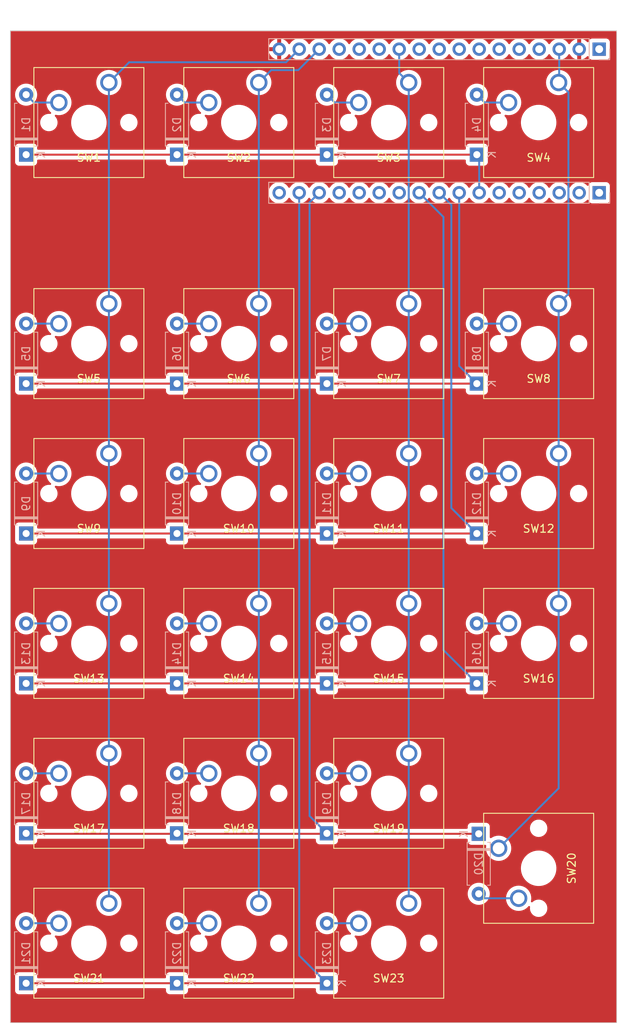
<source format=kicad_pcb>
(kicad_pcb (version 20221018) (generator pcbnew)
  (layers (0 "F.Cu" signal) (31 "B.Cu" signal) (34 "B.Paste" user) (35 "F.Paste" user) (36 "B.SilkS" user "B.Silkscreen") (37 "F.SilkS" user "F.Silkscreen") (38 "B.Mask" user) (39 "F.Mask" user) (44 "Edge.Cuts" user))
  (net 0 "")
  (net 1 "Scan0")
  (net 2 "Net-(D1-A)")
  (net 3 "Net-(D2-A)")
  (net 4 "Net-(D3-A)")
  (net 5 "Net-(D4-A)")
  (net 6 "Scan1")
  (net 7 "Net-(D5-A)")
  (net 8 "Net-(D6-A)")
  (net 9 "Net-(D7-A)")
  (net 10 "Net-(D8-A)")
  (net 11 "Scan2")
  (net 12 "Net-(D9-A)")
  (net 13 "Scan3")
  (net 14 "Net-(D10-A)")
  (net 15 "Net-(D11-A)")
  (net 16 "Net-(D12-A)")
  (net 17 "Net-(D13-A)")
  (net 18 "Net-(D14-A)")
  (net 19 "Net-(D15-A)")
  (net 20 "Net-(D16-A)")
  (net 21 "Scan4")
  (net 22 "Net-(D17-A)")
  (net 23 "Scan5")
  (net 24 "Net-(D18-A)")
  (net 25 "Net-(D19-A)")
  (net 26 "Net-(D20-A)")
  (net 27 "Net-(D21-A)")
  (net 28 "Net-(D22-A)")
  (net 29 "Net-(D23-A)")
  (net 41 "+3.3V")
  (net 42 "GND")
  (net 51 "Read0")
  (net 52 "Read1")
  (net 53 "Read2")
  (net 54 "Read3")
  (footprint "Button_Switch_Keyboard:SW_Cherry_MX_1.00u_PCB" (layer "F.Cu") (at 82.51 130.74)
    (fp_text reference "SW13" (at -2.54 9.54) (layer "F.SilkS"))
    (fp_text value "SW_Push")
    (pad "" np_thru_hole circle (at -7.62 5.08) (size 1.7 1.7) (drill 1.7) (layers "*.Cu" "*.Mask"))
    (pad "" np_thru_hole circle (at -2.54 5.08) (size 4 4) (drill 4) (layers "*.Cu" "*.Mask"))
    (pad "" np_thru_hole circle (at 2.54 5.08) (size 1.7 1.7) (drill 1.7) (layers "*.Cu" "*.Mask"))
    (pad "1" thru_hole circle (at 0 0) (size 2.2 2.2) (drill 1.5) (layers "*.Cu" "*.Mask") (net 51 "Read0"))
    (pad "2" thru_hole circle (at -6.35 2.54) (size 2.2 2.2) (drill 1.5) (layers "*.Cu" "*.Mask") (net 17 "Net-(D13-A)"))
  )
  (footprint "Button_Switch_Keyboard:SW_Cherry_MX_1.00u_PCB" (layer "F.Cu") (at 139.63 92.66)
    (fp_text reference "SW8" (at -2.54 9.54) (layer "F.SilkS"))
    (fp_text value "SW_Push")
    (pad "" np_thru_hole circle (at -7.62 5.08) (size 1.7 1.7) (drill 1.7) (layers "*.Cu" "*.Mask"))
    (pad "" np_thru_hole circle (at -2.54 5.08) (size 4 4) (drill 4) (layers "*.Cu" "*.Mask"))
    (pad "" np_thru_hole circle (at 2.54 5.08) (size 1.7 1.7) (drill 1.7) (layers "*.Cu" "*.Mask"))
    (pad "1" thru_hole circle (at 0 0) (size 2.2 2.2) (drill 1.5) (layers "*.Cu" "*.Mask") (net 54 "Read3"))
    (pad "2" thru_hole circle (at -6.35 2.54) (size 2.2 2.2) (drill 1.5) (layers "*.Cu" "*.Mask") (net 10 "Net-(D8-A)"))
  )
  (footprint "Button_Switch_Keyboard:SW_Cherry_MX_1.00u_PCB" (layer "F.Cu") (at 82.51 149.78)
    (fp_text reference "SW17" (at -2.54 9.54) (layer "F.SilkS"))
    (fp_text value "SW_Push")
    (pad "" np_thru_hole circle (at -7.62 5.08) (size 1.7 1.7) (drill 1.7) (layers "*.Cu" "*.Mask"))
    (pad "" np_thru_hole circle (at -2.54 5.08) (size 4 4) (drill 4) (layers "*.Cu" "*.Mask"))
    (pad "" np_thru_hole circle (at 2.54 5.08) (size 1.7 1.7) (drill 1.7) (layers "*.Cu" "*.Mask"))
    (pad "1" thru_hole circle (at 0 0) (size 2.2 2.2) (drill 1.5) (layers "*.Cu" "*.Mask") (net 51 "Read0"))
    (pad "2" thru_hole circle (at -6.35 2.54) (size 2.2 2.2) (drill 1.5) (layers "*.Cu" "*.Mask") (net 22 "Net-(D17-A)"))
  )
  (footprint "Button_Switch_Keyboard:SW_Cherry_MX_1.00u_PCB" (layer "F.Cu") (at 101.55 64.58)
    (fp_text reference "SW2" (at -2.54 9.54) (layer "F.SilkS"))
    (fp_text value "SW_Push")
    (pad "" np_thru_hole circle (at -7.62 5.08) (size 1.7 1.7) (drill 1.7) (layers "*.Cu" "*.Mask"))
    (pad "" np_thru_hole circle (at -2.54 5.08) (size 4 4) (drill 4) (layers "*.Cu" "*.Mask"))
    (pad "" np_thru_hole circle (at 2.54 5.08) (size 1.7 1.7) (drill 1.7) (layers "*.Cu" "*.Mask"))
    (pad "1" thru_hole circle (at 0 0) (size 2.2 2.2) (drill 1.5) (layers "*.Cu" "*.Mask") (net 52 "Read1"))
    (pad "2" thru_hole circle (at -6.35 2.54) (size 2.2 2.2) (drill 1.5) (layers "*.Cu" "*.Mask") (net 3 "Net-(D2-A)"))
  )
  (footprint "Button_Switch_Keyboard:SW_Cherry_MX_1.00u_PCB" (layer "F.Cu") (at 101.55 168.82)
    (fp_text reference "SW22" (at -2.54 9.54) (layer "F.SilkS"))
    (fp_text value "SW_Push")
    (pad "" np_thru_hole circle (at -7.62 5.08) (size 1.7 1.7) (drill 1.7) (layers "*.Cu" "*.Mask"))
    (pad "" np_thru_hole circle (at -2.54 5.08) (size 4 4) (drill 4) (layers "*.Cu" "*.Mask"))
    (pad "" np_thru_hole circle (at 2.54 5.08) (size 1.7 1.7) (drill 1.7) (layers "*.Cu" "*.Mask"))
    (pad "1" thru_hole circle (at 0 0) (size 2.2 2.2) (drill 1.5) (layers "*.Cu" "*.Mask") (net 52 "Read1"))
    (pad "2" thru_hole circle (at -6.35 2.54) (size 2.2 2.2) (drill 1.5) (layers "*.Cu" "*.Mask") (net 28 "Net-(D22-A)"))
  )
  (footprint "Button_Switch_Keyboard:SW_Cherry_MX_1.00u_PCB" (layer "F.Cu") (at 139.63 64.58)
    (fp_text reference "SW4" (at -2.54 9.54) (layer "F.SilkS"))
    (fp_text value "SW_Push")
    (pad "" np_thru_hole circle (at -7.62 5.08) (size 1.7 1.7) (drill 1.7) (layers "*.Cu" "*.Mask"))
    (pad "" np_thru_hole circle (at -2.54 5.08) (size 4 4) (drill 4) (layers "*.Cu" "*.Mask"))
    (pad "" np_thru_hole circle (at 2.54 5.08) (size 1.7 1.7) (drill 1.7) (layers "*.Cu" "*.Mask"))
    (pad "1" thru_hole circle (at 0 0) (size 2.2 2.2) (drill 1.5) (layers "*.Cu" "*.Mask") (net 54 "Read3"))
    (pad "2" thru_hole circle (at -6.35 2.54) (size 2.2 2.2) (drill 1.5) (layers "*.Cu" "*.Mask") (net 5 "Net-(D4-A)"))
  )
  (footprint "Button_Switch_Keyboard:SW_Cherry_MX_1.00u_PCB" (layer "F.Cu") (at 120.59 64.58)
    (fp_text reference "SW3" (at -2.54 9.54) (layer "F.SilkS"))
    (fp_text value "SW_Push")
    (pad "" np_thru_hole circle (at -7.62 5.08) (size 1.7 1.7) (drill 1.7) (layers "*.Cu" "*.Mask"))
    (pad "" np_thru_hole circle (at -2.54 5.08) (size 4 4) (drill 4) (layers "*.Cu" "*.Mask"))
    (pad "" np_thru_hole circle (at 2.54 5.08) (size 1.7 1.7) (drill 1.7) (layers "*.Cu" "*.Mask"))
    (pad "1" thru_hole circle (at 0 0) (size 2.2 2.2) (drill 1.5) (layers "*.Cu" "*.Mask") (net 53 "Read2"))
    (pad "2" thru_hole circle (at -6.35 2.54) (size 2.2 2.2) (drill 1.5) (layers "*.Cu" "*.Mask") (net 4 "Net-(D3-A)"))
  )
  (footprint "Button_Switch_Keyboard:SW_Cherry_MX_1.00u_PCB" (layer "F.Cu") (at 101.55 111.7)
    (fp_text reference "SW10" (at -2.54 9.54) (layer "F.SilkS"))
    (fp_text value "SW_Push")
    (pad "" np_thru_hole circle (at -7.62 5.08) (size 1.7 1.7) (drill 1.7) (layers "*.Cu" "*.Mask"))
    (pad "" np_thru_hole circle (at -2.54 5.08) (size 4 4) (drill 4) (layers "*.Cu" "*.Mask"))
    (pad "" np_thru_hole circle (at 2.54 5.08) (size 1.7 1.7) (drill 1.7) (layers "*.Cu" "*.Mask"))
    (pad "1" thru_hole circle (at 0 0) (size 2.2 2.2) (drill 1.5) (layers "*.Cu" "*.Mask") (net 52 "Read1"))
    (pad "2" thru_hole circle (at -6.35 2.54) (size 2.2 2.2) (drill 1.5) (layers "*.Cu" "*.Mask") (net 14 "Net-(D10-A)"))
  )
  (footprint "Button_Switch_Keyboard:SW_Cherry_MX_1.00u_PCB" (layer "F.Cu") (at 139.63 130.74)
    (fp_text reference "SW16" (at -2.54 9.54) (layer "F.SilkS"))
    (fp_text value "SW_Push")
    (pad "" np_thru_hole circle (at -7.62 5.08) (size 1.7 1.7) (drill 1.7) (layers "*.Cu" "*.Mask"))
    (pad "" np_thru_hole circle (at -2.54 5.08) (size 4 4) (drill 4) (layers "*.Cu" "*.Mask"))
    (pad "" np_thru_hole circle (at 2.54 5.08) (size 1.7 1.7) (drill 1.7) (layers "*.Cu" "*.Mask"))
    (pad "1" thru_hole circle (at 0 0) (size 2.2 2.2) (drill 1.5) (layers "*.Cu" "*.Mask") (net 54 "Read3"))
    (pad "2" thru_hole circle (at -6.35 2.54) (size 2.2 2.2) (drill 1.5) (layers "*.Cu" "*.Mask") (net 20 "Net-(D16-A)"))
  )
  (footprint "Button_Switch_Keyboard:SW_Cherry_MX_1.00u_PCB" (layer "F.Cu") (at 101.55 92.66)
    (fp_text reference "SW6" (at -2.54 9.54) (layer "F.SilkS"))
    (fp_text value "SW_Push")
    (pad "" np_thru_hole circle (at -7.62 5.08) (size 1.7 1.7) (drill 1.7) (layers "*.Cu" "*.Mask"))
    (pad "" np_thru_hole circle (at -2.54 5.08) (size 4 4) (drill 4) (layers "*.Cu" "*.Mask"))
    (pad "" np_thru_hole circle (at 2.54 5.08) (size 1.7 1.7) (drill 1.7) (layers "*.Cu" "*.Mask"))
    (pad "1" thru_hole circle (at 0 0) (size 2.2 2.2) (drill 1.5) (layers "*.Cu" "*.Mask") (net 52 "Read1"))
    (pad "2" thru_hole circle (at -6.35 2.54) (size 2.2 2.2) (drill 1.5) (layers "*.Cu" "*.Mask") (net 8 "Net-(D6-A)"))
  )
  (footprint "Button_Switch_Keyboard:SW_Cherry_MX_1.00u_PCB" (layer "F.Cu") (at 120.59 149.78)
    (fp_text reference "SW19" (at -2.54 9.54) (layer "F.SilkS"))
    (fp_text value "SW_Push")
    (pad "" np_thru_hole circle (at -7.62 5.08) (size 1.7 1.7) (drill 1.7) (layers "*.Cu" "*.Mask"))
    (pad "" np_thru_hole circle (at -2.54 5.08) (size 4 4) (drill 4) (layers "*.Cu" "*.Mask"))
    (pad "" np_thru_hole circle (at 2.54 5.08) (size 1.7 1.7) (drill 1.7) (layers "*.Cu" "*.Mask"))
    (pad "1" thru_hole circle (at 0 0) (size 2.2 2.2) (drill 1.5) (layers "*.Cu" "*.Mask") (net 53 "Read2"))
    (pad "2" thru_hole circle (at -6.35 2.54) (size 2.2 2.2) (drill 1.5) (layers "*.Cu" "*.Mask") (net 25 "Net-(D19-A)"))
  )
  (footprint "Button_Switch_Keyboard:SW_Cherry_MX_1.00u_PCB" (layer "F.Cu") (at 120.59 130.74)
    (fp_text reference "SW15" (at -2.54 9.54) (layer "F.SilkS"))
    (fp_text value "SW_Push")
    (pad "" np_thru_hole circle (at -7.62 5.08) (size 1.7 1.7) (drill 1.7) (layers "*.Cu" "*.Mask"))
    (pad "" np_thru_hole circle (at -2.54 5.08) (size 4 4) (drill 4) (layers "*.Cu" "*.Mask"))
    (pad "" np_thru_hole circle (at 2.54 5.08) (size 1.7 1.7) (drill 1.7) (layers "*.Cu" "*.Mask"))
    (pad "1" thru_hole circle (at 0 0) (size 2.2 2.2) (drill 1.5) (layers "*.Cu" "*.Mask") (net 53 "Read2"))
    (pad "2" thru_hole circle (at -6.35 2.54) (size 2.2 2.2) (drill 1.5) (layers "*.Cu" "*.Mask") (net 19 "Net-(D15-A)"))
  )
  (footprint "Button_Switch_Keyboard:SW_Cherry_MX_1.00u_PCB" (layer "F.Cu") (at 120.59 92.66)
    (fp_text reference "SW7" (at -2.54 9.54) (layer "F.SilkS"))
    (fp_text value "SW_Push")
    (pad "" np_thru_hole circle (at -7.62 5.08) (size 1.7 1.7) (drill 1.7) (layers "*.Cu" "*.Mask"))
    (pad "" np_thru_hole circle (at -2.54 5.08) (size 4 4) (drill 4) (layers "*.Cu" "*.Mask"))
    (pad "" np_thru_hole circle (at 2.54 5.08) (size 1.7 1.7) (drill 1.7) (layers "*.Cu" "*.Mask"))
    (pad "1" thru_hole circle (at 0 0) (size 2.2 2.2) (drill 1.5) (layers "*.Cu" "*.Mask") (net 53 "Read2"))
    (pad "2" thru_hole circle (at -6.35 2.54) (size 2.2 2.2) (drill 1.5) (layers "*.Cu" "*.Mask") (net 9 "Net-(D7-A)"))
  )
  (footprint "Button_Switch_Keyboard:SW_Cherry_MX_1.00u_PCB" (layer "F.Cu") (at 101.55 149.78)
    (fp_text reference "SW18" (at -2.54 9.54) (layer "F.SilkS"))
    (fp_text value "SW_Push")
    (pad "" np_thru_hole circle (at -7.62 5.08) (size 1.7 1.7) (drill 1.7) (layers "*.Cu" "*.Mask"))
    (pad "" np_thru_hole circle (at -2.54 5.08) (size 4 4) (drill 4) (layers "*.Cu" "*.Mask"))
    (pad "" np_thru_hole circle (at 2.54 5.08) (size 1.7 1.7) (drill 1.7) (layers "*.Cu" "*.Mask"))
    (pad "1" thru_hole circle (at 0 0) (size 2.2 2.2) (drill 1.5) (layers "*.Cu" "*.Mask") (net 52 "Read1"))
    (pad "2" thru_hole circle (at -6.35 2.54) (size 2.2 2.2) (drill 1.5) (layers "*.Cu" "*.Mask") (net 24 "Net-(D18-A)"))
  )
  (footprint "Button_Switch_Keyboard:SW_Cherry_MX_1.00u_PCB" (layer "F.Cu") (at 101.55 130.74)
    (fp_text reference "SW14" (at -2.54 9.54) (layer "F.SilkS"))
    (fp_text value "SW_Push")
    (pad "" np_thru_hole circle (at -7.62 5.08) (size 1.7 1.7) (drill 1.7) (layers "*.Cu" "*.Mask"))
    (pad "" np_thru_hole circle (at -2.54 5.08) (size 4 4) (drill 4) (layers "*.Cu" "*.Mask"))
    (pad "" np_thru_hole circle (at 2.54 5.08) (size 1.7 1.7) (drill 1.7) (layers "*.Cu" "*.Mask"))
    (pad "1" thru_hole circle (at 0 0) (size 2.2 2.2) (drill 1.5) (layers "*.Cu" "*.Mask") (net 52 "Read1"))
    (pad "2" thru_hole circle (at -6.35 2.54) (size 2.2 2.2) (drill 1.5) (layers "*.Cu" "*.Mask") (net 18 "Net-(D14-A)"))
  )
  (footprint "Button_Switch_Keyboard:SW_Cherry_MX_2.00u_PCB" (layer "F.Cu") (at 132.01 161.84 90)
    (fp_text reference "SW20" (at -2.54 9.27 90) (layer "F.SilkS"))
    (fp_text value "SW_Push")
    (pad "" np_thru_hole circle (at -7.62 5.08 90) (size 1.7 1.7) (drill 1.7) (layers "*.Cu" "*.Mask"))
    (pad "" np_thru_hole circle (at -2.54 5.08 90) (size 4 4) (drill 4) (layers "*.Cu" "*.Mask"))
    (pad "" np_thru_hole circle (at 2.54 5.08 90) (size 1.7 1.7) (drill 1.7) (layers "*.Cu" "*.Mask"))
    (pad "1" thru_hole circle (at 0 0 90) (size 2.2 2.2) (drill 1.5) (layers "*.Cu" "*.Mask") (net 54 "Read3"))
    (pad "2" thru_hole circle (at -6.35 2.54 90) (size 2.2 2.2) (drill 1.5) (layers "*.Cu" "*.Mask") (net 26 "Net-(D20-A)"))
  )
  (footprint "Button_Switch_Keyboard:SW_Cherry_MX_1.00u_PCB" (layer "F.Cu") (at 120.59 111.7)
    (fp_text reference "SW11" (at -2.54 9.54) (layer "F.SilkS"))
    (fp_text value "SW_Push")
    (pad "" np_thru_hole circle (at -7.62 5.08) (size 1.7 1.7) (drill 1.7) (layers "*.Cu" "*.Mask"))
    (pad "" np_thru_hole circle (at -2.54 5.08) (size 4 4) (drill 4) (layers "*.Cu" "*.Mask"))
    (pad "" np_thru_hole circle (at 2.54 5.08) (size 1.7 1.7) (drill 1.7) (layers "*.Cu" "*.Mask"))
    (pad "1" thru_hole circle (at 0 0) (size 2.2 2.2) (drill 1.5) (layers "*.Cu" "*.Mask") (net 53 "Read2"))
    (pad "2" thru_hole circle (at -6.35 2.54) (size 2.2 2.2) (drill 1.5) (layers "*.Cu" "*.Mask") (net 15 "Net-(D11-A)"))
  )
  (footprint "Button_Switch_Keyboard:SW_Cherry_MX_1.00u_PCB" (layer "F.Cu") (at 82.51 64.58)
    (fp_text reference "SW1" (at -2.54 9.54) (layer "F.SilkS"))
    (fp_text value "SW_Push")
    (pad "" np_thru_hole circle (at -7.62 5.08) (size 1.7 1.7) (drill 1.7) (layers "*.Cu" "*.Mask"))
    (pad "" np_thru_hole circle (at -2.54 5.08) (size 4 4) (drill 4) (layers "*.Cu" "*.Mask"))
    (pad "" np_thru_hole circle (at 2.54 5.08) (size 1.7 1.7) (drill 1.7) (layers "*.Cu" "*.Mask"))
    (pad "1" thru_hole circle (at 0 0) (size 2.2 2.2) (drill 1.5) (layers "*.Cu" "*.Mask") (net 51 "Read0"))
    (pad "2" thru_hole circle (at -6.35 2.54) (size 2.2 2.2) (drill 1.5) (layers "*.Cu" "*.Mask") (net 2 "Net-(D1-A)"))
  )
  (footprint "Button_Switch_Keyboard:SW_Cherry_MX_1.00u_PCB" (layer "F.Cu") (at 139.63 111.7)
    (fp_text reference "SW12" (at -2.54 9.54) (layer "F.SilkS"))
    (fp_text value "SW_Push")
    (pad "" np_thru_hole circle (at -7.62 5.08) (size 1.7 1.7) (drill 1.7) (layers "*.Cu" "*.Mask"))
    (pad "" np_thru_hole circle (at -2.54 5.08) (size 4 4) (drill 4) (layers "*.Cu" "*.Mask"))
    (pad "" np_thru_hole circle (at 2.54 5.08) (size 1.7 1.7) (drill 1.7) (layers "*.Cu" "*.Mask"))
    (pad "1" thru_hole circle (at 0 0) (size 2.2 2.2) (drill 1.5) (layers "*.Cu" "*.Mask") (net 54 "Read3"))
    (pad "2" thru_hole circle (at -6.35 2.54) (size 2.2 2.2) (drill 1.5) (layers "*.Cu" "*.Mask") (net 16 "Net-(D12-A)"))
  )
  (footprint "Button_Switch_Keyboard:SW_Cherry_MX_1.00u_PCB" (layer "F.Cu") (at 120.59 168.82)
    (fp_text reference "SW23" (at -2.54 9.54) (layer "F.SilkS"))
    (fp_text value "SW_Push")
    (pad "" np_thru_hole circle (at -7.62 5.08) (size 1.7 1.7) (drill 1.7) (layers "*.Cu" "*.Mask"))
    (pad "" np_thru_hole circle (at -2.54 5.08) (size 4 4) (drill 4) (layers "*.Cu" "*.Mask"))
    (pad "" np_thru_hole circle (at 2.54 5.08) (size 1.7 1.7) (drill 1.7) (layers "*.Cu" "*.Mask"))
    (pad "1" thru_hole circle (at 0 0) (size 2.2 2.2) (drill 1.5) (layers "*.Cu" "*.Mask") (net 53 "Read2"))
    (pad "2" thru_hole circle (at -6.35 2.54) (size 2.2 2.2) (drill 1.5) (layers "*.Cu" "*.Mask") (net 29 "Net-(D23-A)"))
  )
  (footprint "Button_Switch_Keyboard:SW_Cherry_MX_1.00u_PCB" (layer "F.Cu") (at 82.51 92.66)
    (fp_text reference "SW5" (at -2.54 9.54) (layer "F.SilkS"))
    (fp_text value "SW_Push")
    (pad "" np_thru_hole circle (at -7.62 5.08) (size 1.7 1.7) (drill 1.7) (layers "*.Cu" "*.Mask"))
    (pad "" np_thru_hole circle (at -2.54 5.08) (size 4 4) (drill 4) (layers "*.Cu" "*.Mask"))
    (pad "" np_thru_hole circle (at 2.54 5.08) (size 1.7 1.7) (drill 1.7) (layers "*.Cu" "*.Mask"))
    (pad "1" thru_hole circle (at 0 0) (size 2.2 2.2) (drill 1.5) (layers "*.Cu" "*.Mask") (net 51 "Read0"))
    (pad "2" thru_hole circle (at -6.35 2.54) (size 2.2 2.2) (drill 1.5) (layers "*.Cu" "*.Mask") (net 7 "Net-(D5-A)"))
  )
  (footprint "Button_Switch_Keyboard:SW_Cherry_MX_1.00u_PCB" (layer "F.Cu") (at 82.51 111.7)
    (fp_text reference "SW9" (at -2.54 9.54) (layer "F.SilkS"))
    (fp_text value "SW_Push")
    (pad "" np_thru_hole circle (at -7.62 5.08) (size 1.7 1.7) (drill 1.7) (layers "*.Cu" "*.Mask"))
    (pad "" np_thru_hole circle (at -2.54 5.08) (size 4 4) (drill 4) (layers "*.Cu" "*.Mask"))
    (pad "" np_thru_hole circle (at 2.54 5.08) (size 1.7 1.7) (drill 1.7) (layers "*.Cu" "*.Mask"))
    (pad "1" thru_hole circle (at 0 0) (size 2.2 2.2) (drill 1.5) (layers "*.Cu" "*.Mask") (net 51 "Read0"))
    (pad "2" thru_hole circle (at -6.35 2.54) (size 2.2 2.2) (drill 1.5) (layers "*.Cu" "*.Mask") (net 12 "Net-(D9-A)"))
  )
  (footprint "Button_Switch_Keyboard:SW_Cherry_MX_1.00u_PCB" (layer "F.Cu") (at 82.51 168.82)
    (fp_text reference "SW21" (at -2.54 9.54) (layer "F.SilkS"))
    (fp_text value "SW_Push")
    (pad "" np_thru_hole circle (at -7.62 5.08) (size 1.7 1.7) (drill 1.7) (layers "*.Cu" "*.Mask"))
    (pad "" np_thru_hole circle (at -2.54 5.08) (size 4 4) (drill 4) (layers "*.Cu" "*.Mask"))
    (pad "" np_thru_hole circle (at 2.54 5.08) (size 1.7 1.7) (drill 1.7) (layers "*.Cu" "*.Mask"))
    (pad "1" thru_hole circle (at 0 0) (size 2.2 2.2) (drill 1.5) (layers "*.Cu" "*.Mask") (net 51 "Read0"))
    (pad "2" thru_hole circle (at -6.35 2.54) (size 2.2 2.2) (drill 1.5) (layers "*.Cu" "*.Mask") (net 27 "Net-(D21-A)"))
  )
  (footprint "Diode_THT:D_A-405_P7.62mm_Horizontal" (layer "B.Cu") (at 72 159.94 90)
    (fp_text reference "D17" (at 3.81 0 90) (layer "B.SilkS") (effects (justify mirror)))
    (fp_text value "D")
    (fp_text user "K" (at 0 1.9 90) (layer "B.SilkS") (effects (justify mirror)))
    (pad "1" thru_hole rect (at 0 0 90) (size 1.8 1.8) (drill 0.9) (layers "*.Cu" "*.Mask") (net 21 "Scan4"))
    (pad "2" thru_hole oval (at 7.62 0 90) (size 1.8 1.8) (drill 0.9) (layers "*.Cu" "*.Mask") (net 22 "Net-(D17-A)"))
  )
  (footprint "Connector_PinHeader_2.54mm:PinHeader_1x17_P2.54mm_Vertical" (layer "B.Cu") (at 144.78 60.34 90)
    (fp_text reference "J2" hide)
    (fp_text value "Conn_01x17_Pin")
    (pad "1" thru_hole rect (at 0 0 90) (size 1.7 1.7) (drill 1) (layers "*.Cu" "*.Mask") (net 41 "+3.3V"))
    (pad "2" thru_hole oval (at 0 -2.54 90) (size 1.7 1.7) (drill 1) (layers "*.Cu" "*.Mask") (net 42 "GND"))
    (pad "3" thru_hole oval (at 0 -5.08 90) (size 1.7 1.7) (drill 1) (layers "*.Cu" "*.Mask") (net 54 "Read3"))
    (pad "4" thru_hole oval (at 0 -7.62 90) (size 1.7 1.7) (drill 1) (layers "*.Cu" "*.Mask"))
    (pad "5" thru_hole oval (at 0 -10.16 90) (size 1.7 1.7) (drill 1) (layers "*.Cu" "*.Mask"))
    (pad "6" thru_hole oval (at 0 -12.7 90) (size 1.7 1.7) (drill 1) (layers "*.Cu" "*.Mask"))
    (pad "7" thru_hole oval (at 0 -15.24 90) (size 1.7 1.7) (drill 1) (layers "*.Cu" "*.Mask"))
    (pad "8" thru_hole oval (at 0 -17.78 90) (size 1.7 1.7) (drill 1) (layers "*.Cu" "*.Mask"))
    (pad "9" thru_hole oval (at 0 -20.32 90) (size 1.7 1.7) (drill 1) (layers "*.Cu" "*.Mask"))
    (pad "10" thru_hole oval (at 0 -22.86 90) (size 1.7 1.7) (drill 1) (layers "*.Cu" "*.Mask"))
    (pad "11" thru_hole oval (at 0 -25.4 90) (size 1.7 1.7) (drill 1) (layers "*.Cu" "*.Mask") (net 53 "Read2"))
    (pad "12" thru_hole oval (at 0 -27.94 90) (size 1.7 1.7) (drill 1) (layers "*.Cu" "*.Mask"))
    (pad "13" thru_hole oval (at 0 -30.48 90) (size 1.7 1.7) (drill 1) (layers "*.Cu" "*.Mask"))
    (pad "14" thru_hole oval (at 0 -33.02 90) (size 1.7 1.7) (drill 1) (layers "*.Cu" "*.Mask"))
    (pad "15" thru_hole oval (at 0 -35.56 90) (size 1.7 1.7) (drill 1) (layers "*.Cu" "*.Mask") (net 52 "Read1"))
    (pad "16" thru_hole oval (at 0 -38.1 90) (size 1.7 1.7) (drill 1) (layers "*.Cu" "*.Mask") (net 51 "Read0"))
    (pad "17" thru_hole oval (at 0 -40.64 90) (size 1.7 1.7) (drill 1) (layers "*.Cu" "*.Mask") (net 42 "GND"))
  )
  (footprint "Diode_THT:D_A-405_P7.62mm_Horizontal" (layer "B.Cu") (at 72 178.98 90)
    (fp_text reference "D21" (at 3.81 0 90) (layer "B.SilkS") (effects (justify mirror)))
    (fp_text value "D")
    (fp_text user "K" (at 0 1.9 90) (layer "B.SilkS") (effects (justify mirror)))
    (pad "1" thru_hole rect (at 0 0 90) (size 1.8 1.8) (drill 0.9) (layers "*.Cu" "*.Mask") (net 23 "Scan5"))
    (pad "2" thru_hole oval (at 7.62 0 90) (size 1.8 1.8) (drill 0.9) (layers "*.Cu" "*.Mask") (net 27 "Net-(D21-A)"))
  )
  (footprint "Diode_THT:D_A-405_P7.62mm_Horizontal" (layer "B.Cu") (at 91.16 159.94 90)
    (fp_text reference "D18" (at 3.81 0 90) (layer "B.SilkS") (effects (justify mirror)))
    (fp_text value "D")
    (fp_text user "K" (at 0 1.9 90) (layer "B.SilkS") (effects (justify mirror)))
    (pad "1" thru_hole rect (at 0 0 90) (size 1.8 1.8) (drill 0.9) (layers "*.Cu" "*.Mask") (net 21 "Scan4"))
    (pad "2" thru_hole oval (at 7.62 0 90) (size 1.8 1.8) (drill 0.9) (layers "*.Cu" "*.Mask") (net 24 "Net-(D18-A)"))
  )
  (footprint "Diode_THT:D_A-405_P7.62mm_Horizontal" (layer "B.Cu") (at 72 73.74 90)
    (fp_text reference "D1" (at 3.81 0 90) (layer "B.SilkS") (effects (justify mirror)))
    (fp_text value "D")
    (fp_text user "K" (at 0 1.9 90) (layer "B.SilkS") (effects (justify mirror)))
    (pad "1" thru_hole rect (at 0 0 90) (size 1.8 1.8) (drill 0.9) (layers "*.Cu" "*.Mask") (net 1 "Scan0"))
    (pad "2" thru_hole oval (at 7.62 0 90) (size 1.8 1.8) (drill 0.9) (layers "*.Cu" "*.Mask") (net 2 "Net-(D1-A)"))
  )
  (footprint "Diode_THT:D_A-405_P7.62mm_Horizontal" (layer "B.Cu") (at 110.2 140.9 90)
    (fp_text reference "D15" (at 3.81 0 90) (layer "B.SilkS") (effects (justify mirror)))
    (fp_text value "D")
    (fp_text user "K" (at 0 1.9 90) (layer "B.SilkS") (effects (justify mirror)))
    (pad "1" thru_hole rect (at 0 0 90) (size 1.8 1.8) (drill 0.9) (layers "*.Cu" "*.Mask") (net 13 "Scan3"))
    (pad "2" thru_hole oval (at 7.62 0 90) (size 1.8 1.8) (drill 0.9) (layers "*.Cu" "*.Mask") (net 19 "Net-(D15-A)"))
  )
  (footprint "Diode_THT:D_A-405_P7.62mm_Horizontal" (layer "B.Cu") (at 91.16 73.74 90)
    (fp_text reference "D2" (at 3.81 0 90) (layer "B.SilkS") (effects (justify mirror)))
    (fp_text value "D")
    (fp_text user "K" (at 0 1.9 90) (layer "B.SilkS") (effects (justify mirror)))
    (pad "1" thru_hole rect (at 0 0 90) (size 1.8 1.8) (drill 0.9) (layers "*.Cu" "*.Mask") (net 1 "Scan0"))
    (pad "2" thru_hole oval (at 7.62 0 90) (size 1.8 1.8) (drill 0.9) (layers "*.Cu" "*.Mask") (net 3 "Net-(D2-A)"))
  )
  (footprint "Diode_THT:D_A-405_P7.62mm_Horizontal" (layer "B.Cu") (at 72 140.9 90)
    (fp_text reference "D13" (at 3.81 0 90) (layer "B.SilkS") (effects (justify mirror)))
    (fp_text value "D")
    (fp_text user "K" (at 0 1.9 90) (layer "B.SilkS") (effects (justify mirror)))
    (pad "1" thru_hole rect (at 0 0 90) (size 1.8 1.8) (drill 0.9) (layers "*.Cu" "*.Mask") (net 13 "Scan3"))
    (pad "2" thru_hole oval (at 7.62 0 90) (size 1.8 1.8) (drill 0.9) (layers "*.Cu" "*.Mask") (net 17 "Net-(D13-A)"))
  )
  (footprint "Diode_THT:D_A-405_P7.62mm_Horizontal" (layer "B.Cu") (at 129.24 102.82 90)
    (fp_text reference "D8" (at 3.81 0 90) (layer "B.SilkS") (effects (justify mirror)))
    (fp_text value "D")
    (fp_text user "K" (at 0 1.9 90) (layer "B.SilkS") (effects (justify mirror)))
    (pad "1" thru_hole rect (at 0 0 90) (size 1.8 1.8) (drill 0.9) (layers "*.Cu" "*.Mask") (net 6 "Scan1"))
    (pad "2" thru_hole oval (at 7.62 0 90) (size 1.8 1.8) (drill 0.9) (layers "*.Cu" "*.Mask") (net 10 "Net-(D8-A)"))
  )
  (footprint "Diode_THT:D_A-405_P7.62mm_Horizontal" (layer "B.Cu") (at 72 102.82 90)
    (fp_text reference "D5" (at 3.81 0 90) (layer "B.SilkS") (effects (justify mirror)))
    (fp_text value "D")
    (fp_text user "K" (at 0 1.9 90) (layer "B.SilkS") (effects (justify mirror)))
    (pad "1" thru_hole rect (at 0 0 90) (size 1.8 1.8) (drill 0.9) (layers "*.Cu" "*.Mask") (net 6 "Scan1"))
    (pad "2" thru_hole oval (at 7.62 0 90) (size 1.8 1.8) (drill 0.9) (layers "*.Cu" "*.Mask") (net 7 "Net-(D5-A)"))
  )
  (footprint "Diode_THT:D_A-405_P7.62mm_Horizontal" (layer "B.Cu") (at 110.2 102.82 90)
    (fp_text reference "D7" (at 3.81 0 90) (layer "B.SilkS") (effects (justify mirror)))
    (fp_text value "D")
    (fp_text user "K" (at 0 1.9 90) (layer "B.SilkS") (effects (justify mirror)))
    (pad "1" thru_hole rect (at 0 0 90) (size 1.8 1.8) (drill 0.9) (layers "*.Cu" "*.Mask") (net 6 "Scan1"))
    (pad "2" thru_hole oval (at 7.62 0 90) (size 1.8 1.8) (drill 0.9) (layers "*.Cu" "*.Mask") (net 9 "Net-(D7-A)"))
  )
  (footprint "Diode_THT:D_A-405_P7.62mm_Horizontal" (layer "B.Cu") (at 129.24 121.86 90)
    (fp_text reference "D12" (at 3.81 0 90) (layer "B.SilkS") (effects (justify mirror)))
    (fp_text value "D")
    (fp_text user "K" (at 0 1.9 90) (layer "B.SilkS") (effects (justify mirror)))
    (pad "1" thru_hole rect (at 0 0 90) (size 1.8 1.8) (drill 0.9) (layers "*.Cu" "*.Mask") (net 11 "Scan2"))
    (pad "2" thru_hole oval (at 7.62 0 90) (size 1.8 1.8) (drill 0.9) (layers "*.Cu" "*.Mask") (net 16 "Net-(D12-A)"))
  )
  (footprint "Diode_THT:D_A-405_P7.62mm_Horizontal" (layer "B.Cu") (at 110.2 121.86 90)
    (fp_text reference "D11" (at 3.81 0 90) (layer "B.SilkS") (effects (justify mirror)))
    (fp_text value "D")
    (fp_text user "K" (at 0 1.9 90) (layer "B.SilkS") (effects (justify mirror)))
    (pad "1" thru_hole rect (at 0 0 90) (size 1.8 1.8) (drill 0.9) (layers "*.Cu" "*.Mask") (net 11 "Scan2"))
    (pad "2" thru_hole oval (at 7.62 0 90) (size 1.8 1.8) (drill 0.9) (layers "*.Cu" "*.Mask") (net 15 "Net-(D11-A)"))
  )
  (footprint "Diode_THT:D_A-405_P7.62mm_Horizontal" (layer "B.Cu") (at 91.16 178.98 90)
    (fp_text reference "D22" (at 3.81 0 90) (layer "B.SilkS") (effects (justify mirror)))
    (fp_text value "D")
    (fp_text user "K" (at 0 1.9 90) (layer "B.SilkS") (effects (justify mirror)))
    (pad "1" thru_hole rect (at 0 0 90) (size 1.8 1.8) (drill 0.9) (layers "*.Cu" "*.Mask") (net 23 "Scan5"))
    (pad "2" thru_hole oval (at 7.62 0 90) (size 1.8 1.8) (drill 0.9) (layers "*.Cu" "*.Mask") (net 28 "Net-(D22-A)"))
  )
  (footprint "Diode_THT:D_A-405_P7.62mm_Horizontal" (layer "B.Cu") (at 129.24 140.9 90)
    (fp_text reference "D16" (at 3.81 0 90) (layer "B.SilkS") (effects (justify mirror)))
    (fp_text value "D")
    (fp_text user "K" (at 0 1.9 90) (layer "B.SilkS") (effects (justify mirror)))
    (pad "1" thru_hole rect (at 0 0 90) (size 1.8 1.8) (drill 0.9) (layers "*.Cu" "*.Mask") (net 13 "Scan3"))
    (pad "2" thru_hole oval (at 7.62 0 90) (size 1.8 1.8) (drill 0.9) (layers "*.Cu" "*.Mask") (net 20 "Net-(D16-A)"))
  )
  (footprint "Diode_THT:D_A-405_P7.62mm_Horizontal" (layer "B.Cu") (at 72 121.86 90)
    (fp_text reference "D9" (at 3.81 0 90) (layer "B.SilkS") (effects (justify mirror)))
    (fp_text value "D")
    (fp_text user "K" (at 0 1.9 90) (layer "B.SilkS") (effects (justify mirror)))
    (pad "1" thru_hole rect (at 0 0 90) (size 1.8 1.8) (drill 0.9) (layers "*.Cu" "*.Mask") (net 11 "Scan2"))
    (pad "2" thru_hole oval (at 7.62 0 90) (size 1.8 1.8) (drill 0.9) (layers "*.Cu" "*.Mask") (net 12 "Net-(D9-A)"))
  )
  (footprint "Diode_THT:D_A-405_P7.62mm_Horizontal" (layer "B.Cu") (at 91.16 102.82 90)
    (fp_text reference "D6" (at 3.81 0 90) (layer "B.SilkS") (effects (justify mirror)))
    (fp_text value "D")
    (fp_text user "K" (at 0 1.9 90) (layer "B.SilkS") (effects (justify mirror)))
    (pad "1" thru_hole rect (at 0 0 90) (size 1.8 1.8) (drill 0.9) (layers "*.Cu" "*.Mask") (net 6 "Scan1"))
    (pad "2" thru_hole oval (at 7.62 0 90) (size 1.8 1.8) (drill 0.9) (layers "*.Cu" "*.Mask") (net 8 "Net-(D6-A)"))
  )
  (footprint "Diode_THT:D_A-405_P7.62mm_Horizontal" (layer "B.Cu") (at 110.2 178.98 90)
    (fp_text reference "D23" (at 3.81 0 90) (layer "B.SilkS") (effects (justify mirror)))
    (fp_text value "D")
    (fp_text user "K" (at 0 1.9 90) (layer "B.SilkS") (effects (justify mirror)))
    (pad "1" thru_hole rect (at 0 0 90) (size 1.8 1.8) (drill 0.9) (layers "*.Cu" "*.Mask") (net 23 "Scan5"))
    (pad "2" thru_hole oval (at 7.62 0 90) (size 1.8 1.8) (drill 0.9) (layers "*.Cu" "*.Mask") (net 29 "Net-(D23-A)"))
  )
  (footprint "Connector_PinHeader_2.54mm:PinHeader_1x17_P2.54mm_Vertical" (layer "B.Cu") (at 144.78 78.58 90)
    (fp_text reference "J1" hide)
    (fp_text value "Conn_01x17_Pin")
    (pad "1" thru_hole rect (at 0 0 90) (size 1.7 1.7) (drill 1) (layers "*.Cu" "*.Mask"))
    (pad "2" thru_hole oval (at 0 -2.54 90) (size 1.7 1.7) (drill 1) (layers "*.Cu" "*.Mask"))
    (pad "3" thru_hole oval (at 0 -5.08 90) (size 1.7 1.7) (drill 1) (layers "*.Cu" "*.Mask"))
    (pad "4" thru_hole oval (at 0 -7.62 90) (size 1.7 1.7) (drill 1) (layers "*.Cu" "*.Mask"))
    (pad "5" thru_hole oval (at 0 -10.16 90) (size 1.7 1.7) (drill 1) (layers "*.Cu" "*.Mask"))
    (pad "6" thru_hole oval (at 0 -12.7 90) (size 1.7 1.7) (drill 1) (layers "*.Cu" "*.Mask"))
    (pad "7" thru_hole oval (at 0 -15.24 90) (size 1.7 1.7) (drill 1) (layers "*.Cu" "*.Mask") (net 1 "Scan0"))
    (pad "8" thru_hole oval (at 0 -17.78 90) (size 1.7 1.7) (drill 1) (layers "*.Cu" "*.Mask") (net 6 "Scan1"))
    (pad "9" thru_hole oval (at 0 -20.32 90) (size 1.7 1.7) (drill 1) (layers "*.Cu" "*.Mask") (net 11 "Scan2"))
    (pad "10" thru_hole oval (at 0 -22.86 90) (size 1.7 1.7) (drill 1) (layers "*.Cu" "*.Mask") (net 13 "Scan3"))
    (pad "11" thru_hole oval (at 0 -25.4 90) (size 1.7 1.7) (drill 1) (layers "*.Cu" "*.Mask"))
    (pad "12" thru_hole oval (at 0 -27.94 90) (size 1.7 1.7) (drill 1) (layers "*.Cu" "*.Mask"))
    (pad "13" thru_hole oval (at 0 -30.48 90) (size 1.7 1.7) (drill 1) (layers "*.Cu" "*.Mask"))
    (pad "14" thru_hole oval (at 0 -33.02 90) (size 1.7 1.7) (drill 1) (layers "*.Cu" "*.Mask"))
    (pad "15" thru_hole oval (at 0 -35.56 90) (size 1.7 1.7) (drill 1) (layers "*.Cu" "*.Mask") (net 21 "Scan4"))
    (pad "16" thru_hole oval (at 0 -38.1 90) (size 1.7 1.7) (drill 1) (layers "*.Cu" "*.Mask") (net 23 "Scan5"))
    (pad "17" thru_hole oval (at 0 -40.64 90) (size 1.7 1.7) (drill 1) (layers "*.Cu" "*.Mask"))
  )
  (footprint "Diode_THT:D_A-405_P7.62mm_Horizontal" (layer "B.Cu") (at 91.16 121.86 90)
    (fp_text reference "D10" (at 3.81 0 90) (layer "B.SilkS") (effects (justify mirror)))
    (fp_text value "D")
    (fp_text user "K" (at 0 1.9 90) (layer "B.SilkS") (effects (justify mirror)))
    (pad "1" thru_hole rect (at 0 0 90) (size 1.8 1.8) (drill 0.9) (layers "*.Cu" "*.Mask") (net 11 "Scan2"))
    (pad "2" thru_hole oval (at 7.62 0 90) (size 1.8 1.8) (drill 0.9) (layers "*.Cu" "*.Mask") (net 14 "Net-(D10-A)"))
  )
  (footprint "Diode_THT:D_A-405_P7.62mm_Horizontal" (layer "B.Cu") (at 91.16 140.9 90)
    (fp_text reference "D14" (at 3.81 0 90) (layer "B.SilkS") (effects (justify mirror)))
    (fp_text value "D")
    (fp_text user "K" (at 0 1.9 90) (layer "B.SilkS") (effects (justify mirror)))
    (pad "1" thru_hole rect (at 0 0 90) (size 1.8 1.8) (drill 0.9) (layers "*.Cu" "*.Mask") (net 13 "Scan3"))
    (pad "2" thru_hole oval (at 7.62 0 90) (size 1.8 1.8) (drill 0.9) (layers "*.Cu" "*.Mask") (net 18 "Net-(D14-A)"))
  )
  (footprint "Diode_THT:D_A-405_P7.62mm_Horizontal" (layer "B.Cu") (at 110.2 159.94 90)
    (fp_text reference "D19" (at 3.81 0 90) (layer "B.SilkS") (effects (justify mirror)))
    (fp_text value "D")
    (fp_text user "K" (at 0 1.9 90) (layer "B.SilkS") (effects (justify mirror)))
    (pad "1" thru_hole rect (at 0 0 90) (size 1.8 1.8) (drill 0.9) (layers "*.Cu" "*.Mask") (net 21 "Scan4"))
    (pad "2" thru_hole oval (at 7.62 0 90) (size 1.8 1.8) (drill 0.9) (layers "*.Cu" "*.Mask") (net 25 "Net-(D19-A)"))
  )
  (footprint "Diode_THT:D_A-405_P7.62mm_Horizontal" (layer "B.Cu") (at 129.48 160 -90)
    (fp_text reference "D20" (at 3.81 0 90) (layer "B.SilkS") (effects (justify mirror)))
    (fp_text value "D")
    (fp_text user "K" (at 0 1.9 90) (layer "B.SilkS") (effects (justify mirror)))
    (pad "1" thru_hole rect (at 0 0 270) (size 1.8 1.8) (drill 0.9) (layers "*.Cu" "*.Mask") (net 21 "Scan4"))
    (pad "2" thru_hole oval (at 7.62 0 270) (size 1.8 1.8) (drill 0.9) (layers "*.Cu" "*.Mask") (net 26 "Net-(D20-A)"))
  )
  (footprint "Diode_THT:D_A-405_P7.62mm_Horizontal" (layer "B.Cu") (at 110.2 73.74 90)
    (fp_text reference "D3" (at 3.81 0 90) (layer "B.SilkS") (effects (justify mirror)))
    (fp_text value "D")
    (fp_text user "K" (at 0 1.9 90) (layer "B.SilkS") (effects (justify mirror)))
    (pad "1" thru_hole rect (at 0 0 90) (size 1.8 1.8) (drill 0.9) (layers "*.Cu" "*.Mask") (net 1 "Scan0"))
    (pad "2" thru_hole oval (at 7.62 0 90) (size 1.8 1.8) (drill 0.9) (layers "*.Cu" "*.Mask") (net 4 "Net-(D3-A)"))
  )
  (footprint "Diode_THT:D_A-405_P7.62mm_Horizontal" (layer "B.Cu") (at 129.24 73.74 90)
    (fp_text reference "D4" (at 3.81 0 90) (layer "B.SilkS") (effects (justify mirror)))
    (fp_text value "D")
    (fp_text user "K" (at 0 1.9 90) (layer "B.SilkS") (effects (justify mirror)))
    (pad "1" thru_hole rect (at 0 0 90) (size 1.8 1.8) (drill 0.9) (layers "*.Cu" "*.Mask") (net 1 "Scan0"))
    (pad "2" thru_hole oval (at 7.62 0 90) (size 1.8 1.8) (drill 0.9) (layers "*.Cu" "*.Mask") (net 5 "Net-(D4-A)"))
  )
  (gr_rect (start 70 58) (end 147 184) (stroke (width 0.1)) (fill none) (layer "Edge.Cuts"))
  (segment (start 129.24 73.74) (end 72 73.74) (width 0.25) (layer "F.Cu") (net 1))
  (segment (start 129.54 74.04) (end 129.24 73.74) (width 0.25) (layer "B.Cu") (net 1))
  (segment (start 129.54 78.58) (end 129.54 74.04) (width 0.25) (layer "B.Cu") (net 1))
  (segment (start 76.16 67.12) (end 73 67.12) (width 0.25) (layer "B.Cu") (net 2))
  (segment (start 73 67.12) (end 72 66.12) (width 0.25) (layer "B.Cu") (net 2))
  (segment (start 92.16 67.12) (end 91.16 66.12) (width 0.25) (layer "B.Cu") (net 3))
  (segment (start 95.2 67.12) (end 92.16 67.12) (width 0.25) (layer "B.Cu") (net 3))
  (segment (start 114.24 67.12) (end 111.2 67.12) (width 0.25) (layer "B.Cu") (net 4))
  (segment (start 111.2 67.12) (end 110.2 66.12) (width 0.25) (layer "B.Cu") (net 4))
  (segment (start 130.24 67.12) (end 129.24 66.12) (width 0.25) (layer "B.Cu") (net 5))
  (segment (start 133.28 67.12) (end 130.24 67.12) (width 0.25) (layer "B.Cu") (net 5))
  (segment (start 72 102.82) (end 129.24 102.82) (width 0.25) (layer "F.Cu") (net 6))
  (segment (start 127 78.58) (end 127 100.58) (width 0.25) (layer "B.Cu") (net 6))
  (segment (start 127 100.58) (end 129.24 102.82) (width 0.25) (layer "B.Cu") (net 6))
  (segment (start 76.16 95.2) (end 72 95.2) (width 0.25) (layer "B.Cu") (net 7))
  (segment (start 95.2 95.2) (end 91.16 95.2) (width 0.25) (layer "B.Cu") (net 8))
  (segment (start 114.24 95.2) (end 110.2 95.2) (width 0.25) (layer "B.Cu") (net 9))
  (segment (start 133.28 95.2) (end 129.24 95.2) (width 0.25) (layer "B.Cu") (net 10))
  (segment (start 129.24 121.86) (end 72 121.86) (width 0.25) (layer "F.Cu") (net 11))
  (segment (start 124.46 78.58) (end 126 80.12) (width 0.25) (layer "B.Cu") (net 11))
  (segment (start 126 80.12) (end 126 118.62) (width 0.25) (layer "B.Cu") (net 11))
  (segment (start 126 118.62) (end 129.24 121.86) (width 0.25) (layer "B.Cu") (net 11))
  (segment (start 76.16 114.24) (end 72 114.24) (width 0.25) (layer "B.Cu") (net 12))
  (segment (start 129.9 140.9) (end 130 141) (width 0.25) (layer "F.Cu") (net 13))
  (segment (start 72 140.9) (end 129.9 140.9) (width 0.25) (layer "F.Cu") (net 13))
  (segment (start 129.9 140.9) (end 129.24 140.9) (width 0.25) (layer "F.Cu") (net 13))
  (segment (start 125 136.66) (end 129.24 140.9) (width 0.25) (layer "B.Cu") (net 13))
  (segment (start 121.92 78.58) (end 125 81.66) (width 0.25) (layer "B.Cu") (net 13))
  (segment (start 125 81.66) (end 125 136.66) (width 0.25) (layer "B.Cu") (net 13))
  (segment (start 95.2 114.24) (end 91.16 114.24) (width 0.25) (layer "B.Cu") (net 14))
  (segment (start 114.24 114.24) (end 110.2 114.24) (width 0.25) (layer "B.Cu") (net 15))
  (segment (start 133.28 114.24) (end 129.24 114.24) (width 0.25) (layer "B.Cu") (net 16))
  (segment (start 76.16 133.28) (end 72 133.28) (width 0.25) (layer "B.Cu") (net 17))
  (segment (start 95.2 133.28) (end 91.16 133.28) (width 0.25) (layer "B.Cu") (net 18))
  (segment (start 114.24 133.28) (end 110.2 133.28) (width 0.25) (layer "B.Cu") (net 19))
  (segment (start 133.28 133.28) (end 129.24 133.28) (width 0.25) (layer "B.Cu") (net 20))
  (segment (start 129.48 160) (end 72.06 160) (width 0.25) (layer "F.Cu") (net 21))
  (segment (start 72.06 160) (end 72 159.94) (width 0.25) (layer "F.Cu") (net 21))
  (segment (start 108 79.8) (end 108 157.74) (width 0.25) (layer "B.Cu") (net 21))
  (segment (start 108 157.74) (end 110.2 159.94) (width 0.25) (layer "B.Cu") (net 21))
  (segment (start 109.22 78.58) (end 108 79.8) (width 0.25) (layer "B.Cu") (net 21))
  (segment (start 76.16 152.32) (end 72 152.32) (width 0.25) (layer "B.Cu") (net 22))
  (segment (start 72 178.98) (end 110.2 178.98) (width 0.25) (layer "F.Cu") (net 23))
  (segment (start 106.68 78.58) (end 106.68 175.46) (width 0.25) (layer "B.Cu") (net 23))
  (segment (start 106.68 175.46) (end 110.2 178.98) (width 0.25) (layer "B.Cu") (net 23))
  (segment (start 95.2 152.32) (end 91.16 152.32) (width 0.25) (layer "B.Cu") (net 24))
  (segment (start 114.24 152.32) (end 110.2 152.32) (width 0.25) (layer "B.Cu") (net 25))
  (segment (start 130.05 168.19) (end 129.48 167.62) (width 0.25) (layer "B.Cu") (net 26))
  (segment (start 134.55 168.19) (end 130.05 168.19) (width 0.25) (layer "B.Cu") (net 26))
  (segment (start 76.16 171.36) (end 72 171.36) (width 0.25) (layer "B.Cu") (net 27))
  (segment (start 95.2 171.36) (end 91.16 171.36) (width 0.25) (layer "B.Cu") (net 28))
  (segment (start 114.24 171.36) (end 110.2 171.36) (width 0.25) (layer "B.Cu") (net 29))
  (segment (start 82.51 149.78) (end 82.51 130.74) (width 0.25) (layer "B.Cu") (net 51))
  (segment (start 82.51 111.7) (end 82.51 92.66) (width 0.25) (layer "B.Cu") (net 51))
  (segment (start 82.51 111.7) (end 82.51 130.74) (width 0.25) (layer "B.Cu") (net 51))
  (segment (start 105.02 62) (end 85.09 62) (width 0.25) (layer "B.Cu") (net 51))
  (segment (start 82.51 149.78) (end 82.51 168.82) (width 0.25) (layer "B.Cu") (net 51))
  (segment (start 106.68 60.34) (end 105.02 62) (width 0.25) (layer "B.Cu") (net 51))
  (segment (start 85 62.09) (end 82.51 64.58) (width 0.25) (layer "B.Cu") (net 51))
  (segment (start 85.09 62) (end 85 62.09) (width 0.25) (layer "B.Cu") (net 51))
  (segment (start 82.51 64.58) (end 82.51 92.66) (width 0.25) (layer "B.Cu") (net 51))
  (segment (start 101.55 149.78) (end 101.55 130.74) (width 0.25) (layer "B.Cu") (net 52))
  (segment (start 109.22 60.34) (end 106.56 63) (width 0.25) (layer "B.Cu") (net 52))
  (segment (start 101.55 111.7) (end 101.55 130.74) (width 0.25) (layer "B.Cu") (net 52))
  (segment (start 101.55 64.58) (end 101.55 92.66) (width 0.25) (layer "B.Cu") (net 52))
  (segment (start 103.13 63) (end 101.55 64.58) (width 0.25) (layer "B.Cu") (net 52))
  (segment (start 106.56 63) (end 103.13 63) (width 0.25) (layer "B.Cu") (net 52))
  (segment (start 101.55 149.78) (end 101.55 168.82) (width 0.25) (layer "B.Cu") (net 52))
  (segment (start 101.55 111.7) (end 101.55 92.66) (width 0.25) (layer "B.Cu") (net 52))
  (segment (start 120.59 64.58) (end 120.59 92.66) (width 0.25) (layer "B.Cu") (net 53))
  (segment (start 120.59 149.78) (end 120.59 130.74) (width 0.25) (layer "B.Cu") (net 53))
  (segment (start 120.59 149.78) (end 120.59 168.82) (width 0.25) (layer "B.Cu") (net 53))
  (segment (start 119.38 63.37) (end 120.59 64.58) (width 0.25) (layer "B.Cu") (net 53))
  (segment (start 120.59 111.7) (end 120.59 130.74) (width 0.25) (layer "B.Cu") (net 53))
  (segment (start 119.38 60.34) (end 119.38 63.37) (width 0.25) (layer "B.Cu") (net 53))
  (segment (start 120.59 111.7) (end 120.59 92.66) (width 0.25) (layer "B.Cu") (net 53))
  (segment (start 140.875 65.825) (end 140.875 91.415) (width 0.25) (layer "B.Cu") (net 54))
  (segment (start 140.875 91.415) (end 139.63 92.66) (width 0.25) (layer "B.Cu") (net 54))
  (segment (start 139.7 64.51) (end 139.63 64.58) (width 0.25) (layer "B.Cu") (net 54))
  (segment (start 132.01 161.84) (end 139.63 154.22) (width 0.25) (layer "B.Cu") (net 54))
  (segment (start 139.63 111.7) (end 139.63 130.74) (width 0.25) (layer "B.Cu") (net 54))
  (segment (start 139.63 154.22) (end 139.63 130.74) (width 0.25) (layer "B.Cu") (net 54))
  (segment (start 139.63 111.7) (end 139.63 92.66) (width 0.25) (layer "B.Cu") (net 54))
  (segment (start 139.7 60.34) (end 139.7 64.51) (width 0.25) (layer "B.Cu") (net 54))
  (segment (start 139.63 64.58) (end 140.875 65.825) (width 0.25) (layer "B.Cu") (net 54))
  (zone (net 42) (net_name "GND") (layer "F.Cu") (connect_pads (clearance 0.5)) (min_thickness 0.25) (fill yes (thermal_gap 0.5) (thermal_bridge_width 0.5))
    (polygon (pts (xy 70 58) (xy 70 184) (xy 147 184) (xy 147 58)))
  )
)
</source>
